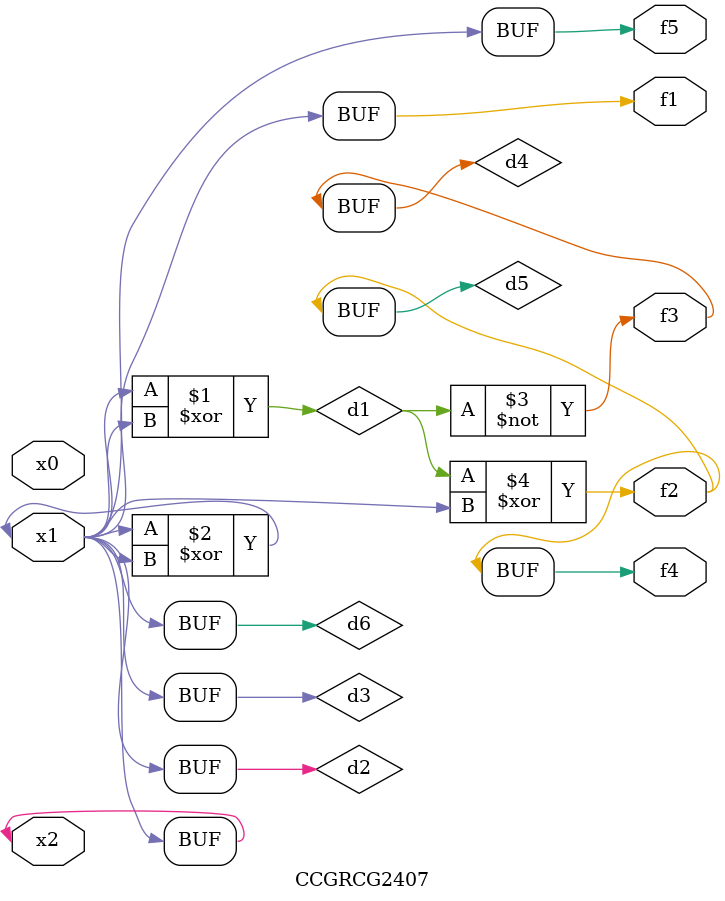
<source format=v>
module CCGRCG2407(
	input x0, x1, x2,
	output f1, f2, f3, f4, f5
);

	wire d1, d2, d3, d4, d5, d6;

	xor (d1, x1, x2);
	buf (d2, x1, x2);
	xor (d3, x1, x2);
	nor (d4, d1);
	xor (d5, d1, d2);
	buf (d6, d2, d3);
	assign f1 = d6;
	assign f2 = d5;
	assign f3 = d4;
	assign f4 = d5;
	assign f5 = d6;
endmodule

</source>
